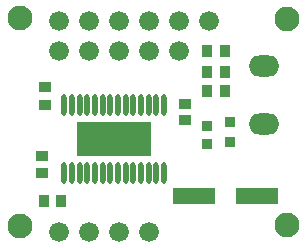
<source format=gts>
G04 Layer: TopSolderMaskLayer*
G04 EasyEDA v6.5.42, 2024-05-25 08:47:02*
G04 c832b5f5d920414fa9447ed0a7611263,2865ae9118a24060a17af6d01c9bcc73,10*
G04 Gerber Generator version 0.2*
G04 Scale: 100 percent, Rotated: No, Reflected: No *
G04 Dimensions in millimeters *
G04 leading zeros omitted , absolute positions ,4 integer and 5 decimal *
%FSLAX45Y45*%
%MOMM*%

%AMMACRO1*1,1,$1,$2,$3*1,1,$1,$4,$5*1,1,$1,0-$2,0-$3*1,1,$1,0-$4,0-$5*20,1,$1,$2,$3,$4,$5,0*20,1,$1,$4,$5,0-$2,0-$3,0*20,1,$1,0-$2,0-$3,0-$4,0-$5,0*20,1,$1,0-$4,0-$5,$2,$3,0*4,1,4,$2,$3,$4,$5,0-$2,0-$3,0-$4,0-$5,$2,$3,0*%
%ADD10O,0.4446016X1.8330926000000003*%
%ADD11MACRO1,0.1016X-3.1X-1.375X-3.1X1.375*%
%ADD12MACRO1,0.1016X-0.4X0.4X0.4X0.4*%
%ADD13R,0.9656X0.9081*%
%ADD14MACRO1,0.1016X-1.75X0.6X1.75X0.6*%
%ADD15MACRO1,0.1016X0.4032X0.432X0.4032X-0.432*%
%ADD16MACRO1,0.1016X-0.4032X0.432X-0.4032X-0.432*%
%ADD17MACRO1,0.1016X-0.432X0.4032X0.432X0.4032*%
%ADD18MACRO1,0.1016X-0.432X-0.4032X0.432X-0.4032*%
%ADD19MACRO1,0.1016X0.45X0.4X0.45X-0.4*%
%ADD20MACRO1,0.1016X0.4X-0.45X-0.4X-0.45*%
%ADD21R,1.0016X0.9016*%
%ADD22O,2.601595X1.8015966*%
%ADD23C,2.1016*%
%ADD24C,1.6764*%

%LPD*%
D10*
G01*
X-66903Y-1683588D03*
G01*
X-1904Y-1683588D03*
G01*
X63093Y-1683588D03*
G01*
X128092Y-1683588D03*
G01*
X193090Y-1683588D03*
G01*
X258089Y-1683588D03*
G01*
X323113Y-1683588D03*
G01*
X388111Y-1683588D03*
G01*
X453110Y-1683588D03*
G01*
X518109Y-1683588D03*
G01*
X583107Y-1683588D03*
G01*
X648106Y-1683588D03*
G01*
X713104Y-1683588D03*
G01*
X778103Y-1683588D03*
G01*
X-66903Y-1110437D03*
G01*
X-1904Y-1110437D03*
G01*
X63093Y-1110437D03*
G01*
X128092Y-1110437D03*
G01*
X193090Y-1110437D03*
G01*
X258089Y-1110437D03*
G01*
X323113Y-1110437D03*
G01*
X388111Y-1110437D03*
G01*
X453110Y-1110437D03*
G01*
X518109Y-1110437D03*
G01*
X583107Y-1110437D03*
G01*
X648106Y-1110437D03*
G01*
X713104Y-1110437D03*
G01*
X778103Y-1110437D03*
D11*
G01*
X355600Y-1396987D03*
D12*
G01*
X1333500Y-1418589D03*
G01*
X1333500Y-1248410D03*
D13*
G01*
X1143000Y-1283563D03*
G01*
X1143000Y-1434236D03*
D14*
G01*
X1028402Y-1879600D03*
G01*
X1562397Y-1879600D03*
D15*
G01*
X1143875Y-647700D03*
D16*
G01*
X1294524Y-647700D03*
D15*
G01*
X1143875Y-825500D03*
D16*
G01*
X1294524Y-825500D03*
D15*
G01*
X1143875Y-990600D03*
D16*
G01*
X1294524Y-990600D03*
D17*
G01*
X-228600Y-1104024D03*
D18*
G01*
X-228600Y-953375D03*
D19*
G01*
X-254000Y-1682899D03*
G01*
X-254000Y-1542900D03*
D20*
G01*
X-235099Y-1917700D03*
G01*
X-95100Y-1917700D03*
D21*
G01*
X952500Y-1098397D03*
G01*
X952500Y-1238402D03*
D22*
G01*
X1625600Y-774700D03*
G01*
X1625600Y-1270000D03*
D23*
G01*
X1816100Y-2120900D03*
G01*
X-444500Y-368300D03*
G01*
X-444500Y-2133600D03*
G01*
X1816100Y-381000D03*
D24*
G01*
X-114300Y-2184400D03*
G01*
X139700Y-2184400D03*
G01*
X393700Y-2184400D03*
G01*
X647700Y-2184400D03*
G01*
X-114300Y-647700D03*
G01*
X139700Y-647700D03*
G01*
X393700Y-647700D03*
G01*
X647700Y-647700D03*
G01*
X901700Y-647700D03*
G01*
X-114300Y-393700D03*
G01*
X139700Y-393700D03*
G01*
X393700Y-393700D03*
G01*
X647700Y-393700D03*
G01*
X901700Y-393700D03*
G01*
X1155700Y-393700D03*
M02*

</source>
